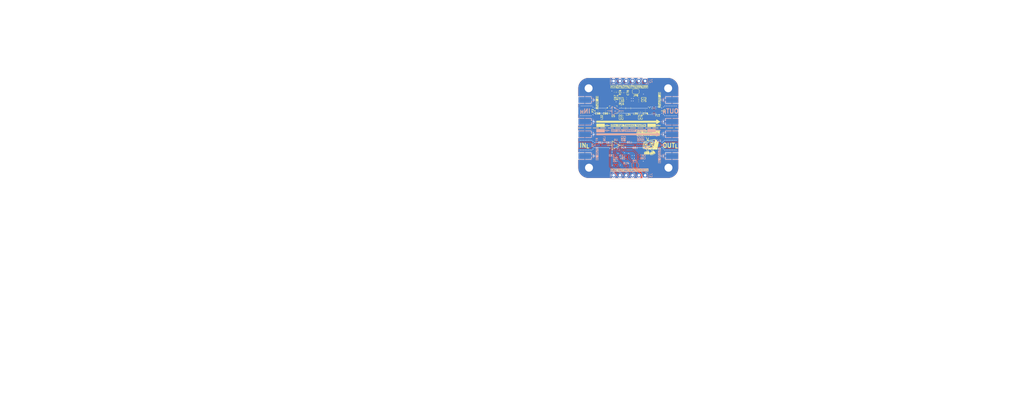
<source format=kicad_pcb>
(kicad_pcb
	(version 20241229)
	(generator "pcbnew")
	(generator_version "9.0")
	(general
		(thickness 1.5422)
		(legacy_teardrops no)
	)
	(paper "A4")
	(layers
		(0 "F.Cu" signal)
		(4 "In1.Cu" power)
		(6 "In2.Cu" power)
		(2 "B.Cu" signal)
		(9 "F.Adhes" user "F.Adhesive")
		(11 "B.Adhes" user "B.Adhesive")
		(13 "F.Paste" user)
		(15 "B.Paste" user)
		(5 "F.SilkS" user "F.Silkscreen")
		(7 "B.SilkS" user "B.Silkscreen")
		(1 "F.Mask" user)
		(3 "B.Mask" user)
		(17 "Dwgs.User" user "User.Drawings")
		(19 "Cmts.User" user "User.Comments")
		(21 "Eco1.User" user "User.Eco1")
		(23 "Eco2.User" user "User.Eco2")
		(25 "Edge.Cuts" user)
		(27 "Margin" user)
		(31 "F.CrtYd" user "F.Courtyard")
		(29 "B.CrtYd" user "B.Courtyard")
		(35 "F.Fab" user "Mechanical 12")
		(33 "B.Fab" user "Top Assembly")
		(39 "User.1" user "Top 3D Body")
		(41 "User.2" user "Top Designator")
		(43 "User.3" user "Route Tool Path")
		(45 "User.4" user "Board")
		(47 "User.5" user "Mechanical 5")
		(49 "User.6" user "Bottom Courtyard")
		(51 "User.7" user "Mechanical 7")
		(53 "User.8" user "Bottom 3D Body")
		(55 "User.9" user "Mechanical 9")
		(57 "User.10" user "Bottom Assembly")
		(59 "User.11" user "Mechanical 11")
		(61 "User.12" user "Mechanical 14")
		(63 "User.13" user "Top Courtyard")
		(65 "User.14" user "Mechanical 16")
	)
	(setup
		(stackup
			(layer "F.SilkS"
				(type "Top Silk Screen")
				(color "White")
				(material "Liquid Photo")
			)
			(layer "F.Paste"
				(type "Top Solder Paste")
			)
			(layer "F.Mask"
				(type "Top Solder Mask")
				(color "Purple")
				(thickness 0.0152)
				(material "SMOBC")
				(epsilon_r 3.9)
				(loss_tangent 0.033)
			)
			(layer "F.Cu"
				(type "copper")
				(thickness 0.0432)
			)
			(layer "dielectric 1"
				(type "prepreg")
				(color "FR4 natural")
				(thickness 0.1999 locked)
				(material "FR408-HR")
				(epsilon_r 3.61)
				(loss_tangent 0.0091)
			)
			(layer "In1.Cu"
				(type "copper")
				(thickness 0.0175)
			)
			(layer "dielectric 2"
				(type "core")
				(color "FR4 natural")
				(thickness 0.9906 locked)
				(material "FR408-HR")
				(epsilon_r 3.87)
				(loss_tangent 0.0091)
			)
			(layer "In2.Cu"
				(type "copper")
				(thickness 0.0175)
			)
			(layer "dielectric 3"
				(type "prepreg")
				(color "FR4 natural")
				(thickness 0.1999 locked)
				(material "FR408-HR")
				(epsilon_r 3.61)
				(loss_tangent 0.0091)
			)
			(layer "B.Cu"
				(type "copper")
				(thickness 0.0432)
			)
			(layer "B.Mask"
				(type "Bottom Solder Mask")
				(color "Purple")
				(thickness 0.0152)
				(material "SMOBC")
				(epsilon_r 3.9)
				(loss_tangent 0.033)
			)
			(layer "B.Paste"
				(type "Bottom Solder Paste")
			)
			(layer "B.SilkS"
				(type "Bottom Silk Screen")
				(color "White")
				(material "Liquid Photo")
			)
			(copper_finish "ENIG")
			(dielectric_constraints yes)
		)
		(pad_to_mask_clearance 0.0762)
		(solder_mask_min_width 0.1016)
		(allow_soldermask_bridges_in_footprints no)
		(tenting front back)
		(aux_axis_origin 127.20111 115.16359)
		(grid_origin 127.20111 115.16359)
		(pcbplotparams
			(layerselection 0x00000000_00000000_55555555_5755f5ff)
			(plot_on_all_layers_selection 0x00000000_00000000_00000000_00000000)
			(disableapertmacros no)
			(usegerberextensions no)
			(usegerberattributes yes)
			(usegerberadvancedattributes yes)
			(creategerberjobfile yes)
			(dashed_line_dash_ratio 12.000000)
			(dashed_line_gap_ratio 3.000000)
			(svgprecision 4)
			(plotframeref no)
			(mode 1)
			(useauxorigin no)
			(hpglpennumber 1)
			(hpglpenspeed 20)
			(hpglpendiameter 15.000000)
			(pdf_front_fp_property_popups yes)
			(pdf_back_fp_property_popups yes)
			(pdf_metadata yes)
			(pdf_single_document no)
			(dxfpolygonmode yes)
			(dxfimperialunits yes)
			(dxfusepcbnewfont yes)
			(psnegative no)
			(psa4output no)
			(plot_black_and_white yes)
			(sketchpadsonfab no)
			(plotpadnumbers no)
			(hidednponfab no)
			(sketchdnponfab yes)
			(crossoutdnponfab yes)
			(subtractmaskfromsilk no)
			(outputformat 1)
			(mirror no)
			(drillshape 1)
			(scaleselection 1)
			(outputdirectory "")
		)
	)
	(net 0 "")
	(net 1 "GND")
	(net 2 "+3.3V")
	(net 3 "/RF Subsystem/RF Frontend/UHF 6W PA/RF_{IN}")
	(net 4 "/RF Subsystem/RF Frontend/VHF 6W PA/RF_{IN}")
	(net 5 "/RF Subsystem/RF Frontend/UHF 6W PA/V_{CC2}")
	(net 6 "/RF Subsystem/RF Frontend/UHF 6W PA/RF_{OUT}")
	(net 7 "/RF Subsystem/RF Frontend/VHF 6W PA/V_{CC2}")
	(net 8 "/RF Subsystem/RF Frontend/VHF 6W PA/RF_{OUT}")
	(net 9 "Net-(C68-Pad2)")
	(net 10 "Net-(C69-Pad2)")
	(net 11 "Net-(C72-Pad1)")
	(net 12 "Net-(C74-Pad1)")
	(net 13 "Net-(C82-Pad2)")
	(net 14 "Net-(C85-Pad1)")
	(net 15 "Net-(U5-V_{CC1})")
	(net 16 "Net-(U6-V_{CC1})")
	(net 17 "Net-(U5-V_{BIAS})")
	(net 18 "Net-(U6-V_{BIAS})")
	(net 19 "Net-(C82-Pad1)")
	(net 20 "Net-(C90-Pad1)")
	(net 21 "/RF Subsystem/RF Frontend/UHF 6W PA/V_{ENABLE1}")
	(net 22 "/RF Subsystem/RF Frontend/UHF 6W PA/V_{ENABLE2}")
	(net 23 "/RF Subsystem/RF Frontend/VHF 6W PA/V_{ENABLE1}")
	(net 24 "/RF Subsystem/RF Frontend/VHF 6W PA/V_{ENABLE2}")
	(net 25 "Net-(FL1-OUT)")
	(net 26 "Net-(FL2-OUT)")
	(net 27 "/RF Subsystem/RF Frontend/UHF 6W PA/V_{SHUTDOWN}")
	(net 28 "/RF Subsystem/RF Frontend/VHF 6W PA/V_{SHUTDOWN}")
	(net 29 "/RF Subsystem/RF Frontend/UHF 6W PA/V_{EN1}")
	(net 30 "/RF Subsystem/RF Frontend/UHF 6W PA/V_{EN2}")
	(net 31 "/RF Subsystem/RF Frontend/VHF 6W PA/V_{EN1}")
	(net 32 "/RF Subsystem/RF Frontend/VHF 6W PA/V_{EN2}")
	(footprint "Capacitor_SMD:C_0402_1005Metric" (layer "F.Cu") (at 128.879036 59.136014 -90))
	(footprint "Inductor_SMD:L_0402_1005Metric" (layer "F.Cu") (at 113.862028 59.1176 -90))
	(footprint "MountingHole:MountingHole_3.2mm_M3_ISO14580_Pad" (layer "F.Cu") (at 140.70489 81.543687))
	(footprint "Capacitor_SMD:C_0402_1005Metric" (layer "F.Cu") (at 123.82376 53.654682 180))
	(footprint "Capacitor_SMD:C_0402_1005Metric" (layer "F.Cu") (at 121.172533 59.15254 -90))
	(footprint "capstone-project:0908SQ23NGLC" (layer "F.Cu") (at 124.495423 57.599897 -90))
	(footprint "Resistor_SMD:R_0402_1005Metric" (layer "F.Cu") (at 122.202617 51.313956 90))
	(footprint "Capacitor_SMD:C_0402_1005Metric" (layer "F.Cu") (at 112.385967 58.654534))
	(footprint "Connector_Coaxial:SMA_Molex_73251-1153_EdgeMount_Horizontal" (layer "F.Cu") (at 108.721438 58.654534))
	(footprint "capstone-project:LOGO" (layer "F.Cu") (at 133.037107 73.919638))
	(footprint "Capacitor_SMD:C_0402_1005Metric" (layer "F.Cu") (at 128.662823 53.671037))
	(footprint "Inductor_SMD:L_0402_1005Metric" (layer "F.Cu") (at 127.377708 58.691886))
	(footprint "MountingHole:MountingHole_3.2mm_M3_ISO14580_Pad" (layer "F.Cu") (at 108.70489 81.543687))
	(footprint "Connector_Coaxial:SMA_Molex_73251-1153_EdgeMount_Horizontal" (layer "F.Cu") (at 140.382846 58.654534 180))
	(footprint "Capacitor_SMD:C_0402_1005Metric" (layer "F.Cu") (at 119.176195 51.161322 90))
	(footprint "Capacitor_SMD:C_0402_1005Metric" (layer "F.Cu") (at 122.191599 59.15254 -90))
	(footprint "Jumper:SolderJumper-2_P1.3mm_Open_RoundedPad1.0x1.5mm" (layer "F.Cu") (at 127.529888 50.851366))
	(footprint "Inductor_SMD:L_0402_1005Metric" (layer "F.Cu") (at 123.823365 54.685652 180))
	(footprint "MountingHole:MountingHole_3.2mm_M3_ISO14580_Pad" (layer "F.Cu") (at 140.5739 49.565191))
	(footprint "Capacitor_SMD:C_0402_1005Metric" (layer "F.Cu") (at 123.233269 51.342487 90))
	(footprint "Resistor_SMD:R_0402_1005Metric" (layer "F.Cu") (at 120.227539 51.163003 90))
	(footprint "Package_DFN_QFN:QFN-16-1EP_3x3mm_P0.5mm_EP1.7x1.7mm_ThermalVias" (layer "F.Cu") (at 118.453784 58.171272))
	(footprint "MountingHole:MountingHole_3.2mm_M3_ISO14580_Pad" (layer "F.Cu") (at 108.553124 49.565191))
	(footprint "Filter:Filter_Mini-Circuits_FV1206" (layer "F.Cu") (at 134.853221 58.668904))
	(footprint "Capacitor_SMD:C_0402_1005Metric" (layer "F.Cu") (at 131.388202 58.665226))
	(footprint "Capacitor_SMD:C_0402_1005Metric" (layer "F.Cu") (at 128.665446 54.692227))
	(footprint "Resistor_SMD:R_0402_1005Metric" (layer "F.Cu") (at 121.732339 56.777461))
	(footprint "Capacitor_SMD:C_0402_1005Metric" (layer "F.Cu") (at 129.879036 59.136014 -90))
	(footprint "Capacitor_SMD:C_0402_1005Metric" (layer "F.Cu") (at 115.361322 58.651097))
	(footprint "Capacitor_SMD:C_0402_1005Metric" (layer "B.Cu") (at 119.872912 76.632887))
	(footprint "Capacitor_SMD:C_0402_1005Metric" (layer "B.Cu") (at 129.587533 72.022371 90))
	(footprint "Capacitor_SMD:C_0402_1005Metric" (layer "B.Cu") (at 116.378132 72.453756))
	(footprint "Capacitor_SMD:C_0402_1005Metric"
		(layer "B.Cu")
		(u
... [946288 chars truncated]
</source>
